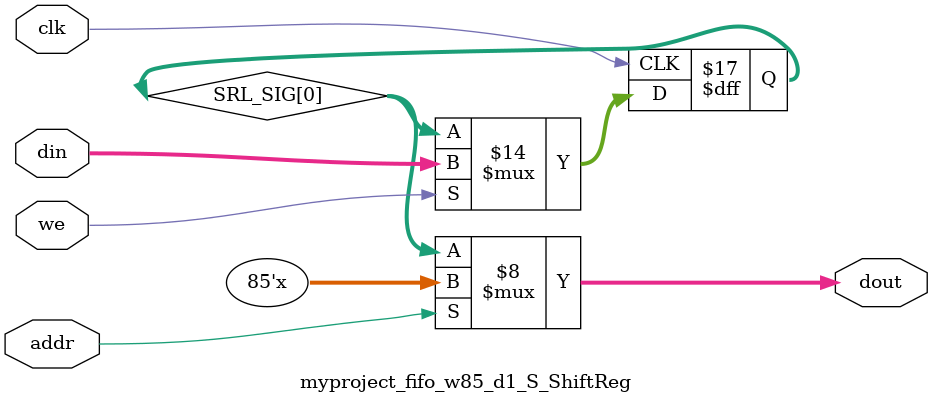
<source format=v>

`timescale 1ns/1ps

module myproject_fifo_w85_d1_S
#(parameter
    MEM_STYLE    = "shiftReg",
    DATA_WIDTH   = 85,
    ADDR_WIDTH   = 1,
    DEPTH        = 1)
(
    // system signal
    input  wire                  clk,
    input  wire                  reset,

    // write
    output wire                  if_full_n,
    input  wire                  if_write_ce,
    input  wire                  if_write,
    input  wire [DATA_WIDTH-1:0] if_din,
    
    // read 
    output wire [ADDR_WIDTH:0]   if_num_data_valid, // for FRP
    output wire [ADDR_WIDTH:0]   if_fifo_cap,       // for FRP

    output wire                  if_empty_n,
    input  wire                  if_read_ce,
    input  wire                  if_read,
    output wire [DATA_WIDTH-1:0] if_dout
);
//------------------------Parameter----------------------
localparam 
    SRL_DEPTH    = DEPTH,
    SRL_AWIDTH   = ADDR_WIDTH;
//------------------------Local signal-------------------
    reg  [SRL_AWIDTH-1:0] addr;
    wire                  push;
    wire                  pop;
    reg  [SRL_AWIDTH:0]   mOutPtr;
    reg                   empty_n = 1'b0;
    reg                   full_n = 1'b1; 

//------------------------Instantiation------------------
    myproject_fifo_w85_d1_S_ShiftReg 
    #(  .DATA_WIDTH (DATA_WIDTH),
        .ADDR_WIDTH (SRL_AWIDTH),
        .DEPTH      (SRL_DEPTH))
    U_myproject_fifo_w85_d1_S_ShiftReg (
        .clk        (clk),
        .we         (push),
        .addr       (addr),
        .din        (if_din),
        .dout       (if_dout)
    );
//------------------------Task and function--------------

//------------------------Body---------------------------
    // num_data_valid 
    assign if_num_data_valid = mOutPtr;
    assign if_fifo_cap       = DEPTH;

    // almost full/empty 

    // program full/empty 

    assign if_full_n  = full_n; 
    assign if_empty_n = empty_n;

    assign push       = full_n & if_write_ce & if_write;
    assign pop        = empty_n & if_read_ce & if_read;

    // addr
    always @(posedge clk) begin
        if (reset)
            addr <= {SRL_AWIDTH{1'b0}};
        else if (push & ~pop && empty_n)
            addr <= addr + 1'b1;
        else if (~push & pop && (mOutPtr != 1))
            addr <= addr - 1'b1;
    end

    // mOutPtr
    always @(posedge clk) begin
        if (reset)
            mOutPtr <= {SRL_AWIDTH+1{1'b0}};
        else if (push & ~pop)
            mOutPtr <= mOutPtr + 1'b1;
        else if (~push & pop)
            mOutPtr <= mOutPtr - 1'b1;
    end

    // full_n
    always @(posedge clk) begin
        if (reset)
            full_n <= 1'b1;
        else if ((push & ~pop) && (mOutPtr == DEPTH - 1))
            full_n <= 1'b0;
        else if (~push & pop)
            full_n <= 1'b1;
    end

    // empty_n
    always @(posedge clk) begin
        if (reset)
            empty_n <= 1'b0;
        else if (push & ~pop)
            empty_n <= 1'b1;
        else if ((~push & pop) && (mOutPtr == 1))
            empty_n <= 1'b0;
    end

    // almost_full_n 

    // almost_empty_n 

    // prog_full_n 
 
    // prog_empty_n 

endmodule  


module myproject_fifo_w85_d1_S_ShiftReg
#(parameter
    DATA_WIDTH  = 85,
    ADDR_WIDTH  = 1,
    DEPTH       = 1)
(
    input  wire                  clk,
    input  wire                  we,
    input  wire [ADDR_WIDTH-1:0] addr,
    input  wire [DATA_WIDTH-1:0] din,
    output wire [DATA_WIDTH-1:0] dout
);

    reg [DATA_WIDTH-1:0] SRL_SIG [0:DEPTH-1];
    integer i;

    always @(posedge clk) begin
        if (we) begin
            for (i=0; i<DEPTH-1; i=i+1)
                SRL_SIG[i+1] <= SRL_SIG[i];
            SRL_SIG[0] <= din;
        end
    end

    assign dout = SRL_SIG[addr];

endmodule
</source>
